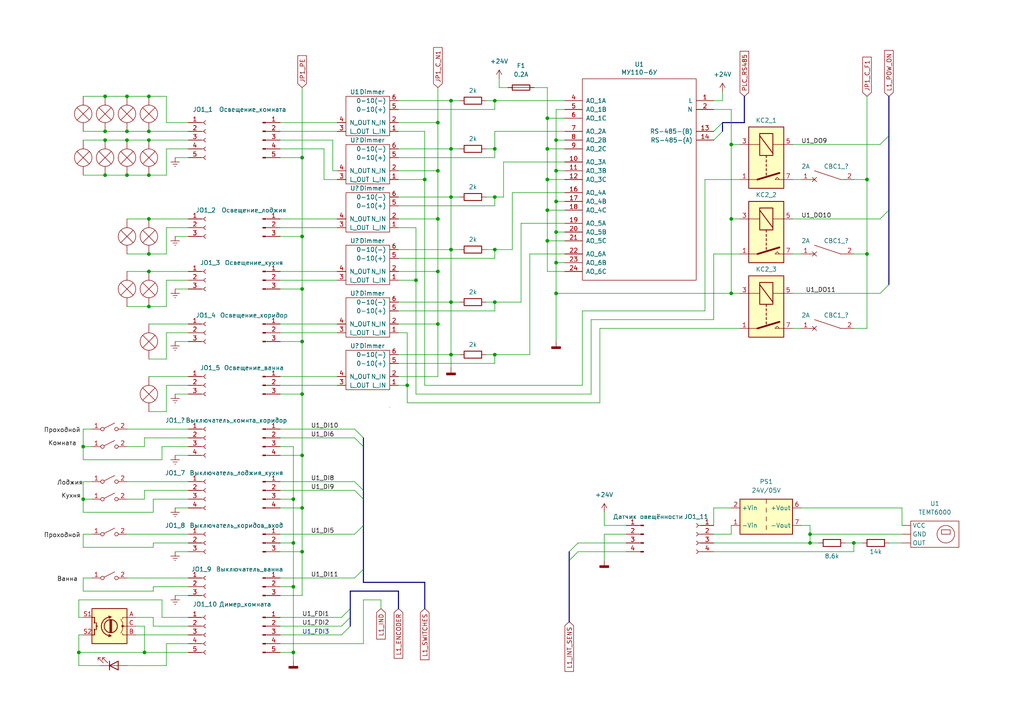
<source format=kicad_sch>
(kicad_sch (version 20211123) (generator eeschema)
  (paper "A4")
  (title_block (title "Освещение, лист 1") (date "2023-02-01") (rev "2"))
  (lib_symbols
    (symbol "Connector:Conn_01x03_Female" (pin_names (offset 1.016) hide)
      (property "Reference" "J" (at 0 5.08 0))
      (property "Value" "Conn_01x03_Female" (at 0 -5.08 0))
      (symbol "Conn_01x03_Female_1_1"
        (pin passive line (at -5.08 2.54 0) (length 3.81) (name "Pin_1") (number "1"))
        (pin passive line (at -5.08 0 0) (length 3.81) (name "Pin_2") (number "2"))
        (pin passive line (at -5.08 -2.54 0) (length 3.81) (name "Pin_3") (number "3"))
      )
    )
    (symbol "Connector:Conn_01x03_Male" (pin_names (offset 1.016) hide)
      (property "Reference" "J" (at 0 5.08 0))
      (property "Value" "Conn_01x03_Male" (at 0 -5.08 0))
      (symbol "Conn_01x03_Male_1_1"
        (pin passive line (at 5.08 2.54 180) (length 3.81) (name "Pin_1") (number "1"))
        (pin passive line (at 5.08 0 180) (length 3.81) (name "Pin_2") (number "2"))
        (pin passive line (at 5.08 -2.54 180) (length 3.81) (name "Pin_3") (number "3"))
      )
    )
    (symbol "Connector:Conn_01x04_Female" (pin_names (offset 1.016) hide)
      (property "Reference" "J" (at 0 5.08 0))
      (property "Value" "Conn_01x04_Female" (at 0 -7.62 0))
      (symbol "Conn_01x04_Female_1_1"
        (pin passive line (at -5.08 2.54 0) (length 3.81) (name "Pin_1") (number "1"))
        (pin passive line (at -5.08 0 0) (length 3.81) (name "Pin_2") (number "2"))
        (pin passive line (at -5.08 -2.54 0) (length 3.81) (name "Pin_3") (number "3"))
        (pin passive line (at -5.08 -5.08 0) (length 3.81) (name "Pin_4") (number "4"))
      )
    )
    (symbol "Connector:Conn_01x04_Male" (pin_names (offset 1.016) hide)
      (property "Reference" "J" (at 0 5.08 0))
      (property "Value" "Conn_01x04_Male" (at 0 -7.62 0))
      (symbol "Conn_01x04_Male_1_1"
        (pin passive line (at 5.08 2.54 180) (length 3.81) (name "Pin_1") (number "1"))
        (pin passive line (at 5.08 0 180) (length 3.81) (name "Pin_2") (number "2"))
        (pin passive line (at 5.08 -2.54 180) (length 3.81) (name "Pin_3") (number "3"))
        (pin passive line (at 5.08 -5.08 180) (length 3.81) (name "Pin_4") (number "4"))
      )
    )
    (symbol "Connector:Conn_01x05_Female" (pin_names (offset 1.016) hide)
      (property "Reference" "J" (at 0 7.62 0))
      (property "Value" "Conn_01x05_Female" (at 0 -7.62 0))
      (symbol "Conn_01x05_Female_1_1"
        (pin passive line (at -5.08 5.08 0) (length 3.81) (name "Pin_1") (number "1"))
        (pin passive line (at -5.08 2.54 0) (length 3.81) (name "Pin_2") (number "2"))
        (pin passive line (at -5.08 0 0) (length 3.81) (name "Pin_3") (number "3"))
        (pin passive line (at -5.08 -2.54 0) (length 3.81) (name "Pin_4") (number "4"))
        (pin passive line (at -5.08 -5.08 0) (length 3.81) (name "Pin_5") (number "5"))
      )
    )
    (symbol "Connector:Conn_01x05_Male" (pin_names (offset 1.016) hide)
      (property "Reference" "J" (at 0 7.62 0))
      (property "Value" "Conn_01x05_Male" (at 0 -7.62 0))
      (symbol "Conn_01x05_Male_1_1"
        (pin passive line (at 5.08 5.08 180) (length 3.81) (name "Pin_1") (number "1"))
        (pin passive line (at 5.08 2.54 180) (length 3.81) (name "Pin_2") (number "2"))
        (pin passive line (at 5.08 0 180) (length 3.81) (name "Pin_3") (number "3"))
        (pin passive line (at 5.08 -2.54 180) (length 3.81) (name "Pin_4") (number "4"))
        (pin passive line (at 5.08 -5.08 180) (length 3.81) (name "Pin_5") (number "5"))
      )
    )
    (symbol "Converter_DCDC:ITX2405SA"
      (property "Reference" "PS" (at -7.62 6.35 0))
      (property "Value" "ITX2405SA" (at 1.27 6.35 0))
      (symbol "ITX2405SA_0_0"
        (pin power_in line (at -10.16 -2.54 0) (length 2.54) (name "-Vin") (number "1"))
        (pin power_in line (at -10.16 2.54 0) (length 2.54) (name "+Vin") (number "2"))
        (pin power_out line (at 10.16 2.54 180) (length 2.54) (name "+Vout") (number "6"))
        (pin power_out line (at 10.16 -2.54 180) (length 2.54) (name "-Vout") (number "7"))
        (pin no_connect line (at 7.62 0 180) (length 2.54) hide (name "NC") (number "8"))
      )
    )
    (symbol "Device:CircuitBreaker_1P"
      (property "Reference" "CB" (at 1.905 0 0))
      (property "Value" "CircuitBreaker_1P" (at 1.905 1.905 0))
      (symbol "CircuitBreaker_1P_1_1"
        (pin passive line (at 0 7.62 270) (length 2.54) (name "~") (number "1"))
        (pin passive line (at 0 -7.62 90) (length 2.54) (name "~") (number "2"))
      )
    )
    (symbol "Device:Fuse" (pin_numbers hide) (pin_names (offset 0))
      (property "Reference" "F" (at 2.032 0 90))
      (property "Value" "Fuse" (at -1.905 0 90))
      (symbol "Fuse_1_1"
        (pin passive line (at 0 3.81 270) (length 1.27) (name "~") (number "1"))
        (pin passive line (at 0 -3.81 90) (length 1.27) (name "~") (number "2"))
      )
    )
    (symbol "Device:LED" (pin_numbers hide) (pin_names (offset 1.016) hide)
      (property "Reference" "D" (at 0 2.54 0))
      (property "Value" "LED" (at 0 -2.54 0))
      (symbol "LED_1_1"
        (pin passive line (at -3.81 0 0) (length 2.54) (name "K") (number "1"))
        (pin passive line (at 3.81 0 180) (length 2.54) (name "A") (number "2"))
      )
    )
    (symbol "Device:Lamp" (pin_numbers hide) (pin_names (offset 0.0254) hide)
      (property "Reference" "LA" (at 0.635 3.81 0))
      (property "Value" "Lamp" (at 0.635 -3.81 0))
      (symbol "Lamp_1_1"
        (pin passive line (at 0 -5.08 90) (length 2.54) (name "-") (number "1"))
        (pin passive line (at 0 5.08 270) (length 2.54) (name "+") (number "2"))
      )
    )
    (symbol "Device:R" (pin_numbers hide) (pin_names (offset 0))
      (property "Reference" "R" (at 2.032 0 90))
      (property "Value" "R" (at 0 0 90))
      (symbol "R_1_1"
        (pin passive line (at 0 3.81 270) (length 1.27) (name "~") (number "1"))
        (pin passive line (at 0 -3.81 90) (length 1.27) (name "~") (number "2"))
      )
    )
    (symbol "Relay:SILxx-1Axx-71x"
      (property "Reference" "K" (at 8.89 3.81 0))
      (property "Value" "SILxx-1Axx-71x" (at 8.89 1.27 0))
      (symbol "SILxx-1Axx-71x_1_1"
        (pin passive line (at 5.08 -7.62 90) (length 2.54) (name "~") (number "1"))
        (pin passive line (at -5.08 -7.62 90) (length 2.54) (name "~") (number "3"))
        (pin passive line (at -5.08 7.62 270) (length 2.54) (name "~") (number "5"))
        (pin passive line (at 5.08 7.62 270) (length 2.54) (name "~") (number "7"))
      )
    )
    (symbol "Switch:SW_DPST_x2" (pin_names (offset 0) hide)
      (property "Reference" "SW" (at 0 3.175 0))
      (property "Value" "SW_DPST_x2" (at 0 -2.54 0))
      (symbol "SW_DPST_x2_1_1"
        (pin passive line (at -5.08 0 0) (length 2.54) (name "A") (number "1"))
        (pin passive line (at 5.08 0 180) (length 2.54) (name "B") (number "2"))
      )
      (symbol "SW_DPST_x2_2_1"
        (pin passive line (at -5.08 0 0) (length 2.54) (name "A") (number "3"))
        (pin passive line (at 5.08 0 180) (length 2.54) (name "B") (number "4"))
      )
    )
    (symbol "climat_2-rescue:МУ110-6У-plc" (pin_names (offset 1.016))
      (property "Reference" "U" (at 0 0 0))
      (property "Value" "МУ110-6У-plc" (at 0 2.54 0))
      (symbol "МУ110-6У-plc_1_1"
        (pin power_in line (at 21.59 -1.27 180) (length 5.08) (name "L") (number "1"))
        (pin output line (at -21.59 -19.05 0) (length 5.08) (name "AO_3A") (number "10"))
        (pin output line (at -21.59 -21.59 0) (length 5.08) (name "AO_3B") (number "11"))
        (pin output line (at -21.59 -24.13 0) (length 5.08) (name "AO_3C") (number "12"))
        (pin bidirectional line (at 21.59 -10.16 180) (length 5.08) (name "RS-485-(B)") (number "13"))
        (pin bidirectional line (at 21.59 -12.7 180) (length 5.08) (name "RS-485-(A)") (number "14"))
        (pin output line (at -21.59 -27.94 0) (length 5.08) (name "AO_4A") (number "16"))
        (pin output line (at -21.59 -30.48 0) (length 5.08) (name "AO_4B") (number "17"))
        (pin output line (at -21.59 -33.02 0) (length 5.08) (name "AO_4C") (number "18"))
        (pin output line (at -21.59 -36.83 0) (length 5.08) (name "AO_5A") (number "19"))
        (pin power_in line (at 21.59 -3.81 180) (length 5.08) (name "N") (number "2"))
        (pin output line (at -21.59 -39.37 0) (length 5.08) (name "AO_5B") (number "20"))
        (pin output line (at -21.59 -41.91 0) (length 5.08) (name "AO_5C") (number "21"))
        (pin output line (at -21.59 -45.72 0) (length 5.08) (name "AO_6A") (number "22"))
        (pin output line (at -21.59 -48.26 0) (length 5.08) (name "AO_6B") (number "23"))
        (pin output line (at -21.59 -50.8 0) (length 5.08) (name "AO_6C") (number "24"))
        (pin output line (at -21.59 -1.27 0) (length 5.08) (name "AO_1A") (number "4"))
        (pin output line (at -21.59 -3.81 0) (length 5.08) (name "AO_1B") (number "5"))
        (pin output line (at -21.59 -6.35 0) (length 5.08) (name "AO_1C") (number "6"))
        (pin output line (at -21.59 -10.16 0) (length 5.08) (name "AO_2A") (number "7"))
        (pin output line (at -21.59 -12.7 0) (length 5.08) (name "AO_2B") (number "8"))
        (pin output line (at -21.59 -15.24 0) (length 5.08) (name "AO_2C") (number "9"))
      )
    )
    (symbol "custom_components:TEMT6000"
      (property "Reference" "U" (at 0 0 0))
      (property "Value" "TEMT6000" (at 7.62 0 0))
      (symbol "TEMT6000_1_1"
        (pin input line (at -3.81 -5.08 0) (length 2.54) (name "GND") (number ""))
        (pin output line (at -3.81 -7.62 0) (length 2.54) (name "OUT") (number ""))
        (pin input line (at -3.81 -2.54 0) (length 2.54) (name "VCC") (number ""))
      )
    )
    (symbol "light_1-rescue:Dimmer-plc" (pin_names (offset 1.016))
      (property "Reference" "U" (at 0 0 0))
      (property "Value" "Dimmer-plc" (at 0 2.54 0))
      (symbol "Dimmer-plc_1_1"
        (pin power_in line (at -8.89 -2.54 0) (length 2.54) (name "L_IN") (number "1"))
        (pin power_in line (at -8.89 -5.08 0) (length 2.54) (name "N_IN") (number "2"))
        (pin power_out line (at 8.89 -2.54 180) (length 2.54) (name "L_OUT") (number "3"))
        (pin power_out line (at 8.89 -5.08 180) (length 2.54) (name "N_OUT") (number "4"))
        (pin input line (at -8.89 -8.89 0) (length 2.54) (name "0-10(+)") (number "5"))
        (pin input line (at -8.89 -11.43 0) (length 2.54) (name "0-10(-)") (number "6"))
      )
    )
    (symbol "light_1-rescue:Rotary_Encoder_Switch-Device" (pin_names (offset 0.254) hide)
      (property "Reference" "SW" (at 0 6.604 0))
      (property "Value" "Rotary_Encoder_Switch-Device" (at 0 -6.604 0))
      (symbol "Rotary_Encoder_Switch-Device_1_1"
        (pin passive line (at -7.62 2.54 0) (length 2.54) (name "A") (number "A"))
        (pin passive line (at -7.62 -2.54 0) (length 2.54) (name "B") (number "B"))
        (pin passive line (at -7.62 0 0) (length 2.54) (name "C") (number "C"))
        (pin passive line (at 7.62 2.54 180) (length 2.54) (name "S1") (number "S1"))
        (pin passive line (at 7.62 -2.54 180) (length 2.54) (name "S2") (number "S2"))
      )
    )
    (symbol "power:+24V" (power) (pin_names (offset 0))
      (property "Value" "+24V" (at 0 3.556 0))
      (symbol "+24V_1_1"
        (pin power_in line (at 0 0 90) (length 0) hide (name "+24V") (number "1"))
      )
    )
    (symbol "power:GNDD" (power) (pin_names (offset 0))
      (property "Value" "GNDD" (at 0 -3.175 0))
      (symbol "GNDD_1_1"
        (pin power_in line (at 0 0 270) (length 0) hide (name "GNDD") (number "1"))
      )
    )
    (symbol "power:GNDREF" (power) (pin_names (offset 0))
      (property "Value" "GNDREF" (at 0 -3.81 0))
      (symbol "GNDREF_1_1"
        (pin power_in line (at 0 0 270) (length 0) hide (name "GNDREF") (number "1"))
      )
    )
  )
  (junction (at 43.18 40.64))
  (junction (at 130.81 72.39))
  (junction (at 87.63 68.58))
  (junction (at 158.75 52.07))
  (junction (at 234.95 154.94))
  (junction (at 30.48 27.94))
  (junction (at 247.65 157.48))
  (junction (at 158.75 60.96))
  (junction (at 36.83 50.8))
  (junction (at 143.51 87.63))
  (junction (at 85.09 144.78))
  (junction (at 158.75 34.29))
  (junction (at 127 35.56))
  (junction (at 158.75 69.85))
  (junction (at 87.63 132.08))
  (junction (at 24.13 144.78))
  (junction (at 87.63 160.02))
  (junction (at 43.18 73.66))
  (junction (at 130.81 87.63))
  (junction (at 87.63 147.32))
  (junction (at 158.75 43.18))
  (junction (at 234.95 157.48))
  (junction (at 127 49.53))
  (junction (at 30.48 38.1))
  (junction (at 143.51 57.15))
  (junction (at 127 93.98))
  (junction (at 212.09 63.5))
  (junction (at 87.63 45.72))
  (junction (at 143.51 29.21))
  (junction (at 36.83 40.64))
  (junction (at 212.09 41.91))
  (junction (at 43.18 38.1))
  (junction (at 143.51 72.39))
  (junction (at 127 78.74))
  (junction (at 87.63 83.82))
  (junction (at 130.81 29.21))
  (junction (at 212.09 85.09))
  (junction (at 41.91 189.23))
  (junction (at 43.18 63.5))
  (junction (at 161.29 58.42))
  (junction (at 161.29 85.09))
  (junction (at 143.51 102.87))
  (junction (at 43.18 50.8))
  (junction (at 130.81 43.18))
  (junction (at 161.29 49.53))
  (junction (at 130.81 57.15))
  (junction (at 43.18 78.74))
  (junction (at 36.83 38.1))
  (junction (at 127 63.5))
  (junction (at 87.63 114.3))
  (junction (at 143.51 43.18))
  (junction (at 251.46 52.07))
  (junction (at 43.18 27.94))
  (junction (at 161.29 40.64))
  (junction (at 30.48 40.64))
  (junction (at 87.63 99.06))
  (junction (at 85.09 189.23))
  (junction (at 161.29 76.2))
  (junction (at 85.09 157.48))
  (junction (at 22.86 189.23))
  (junction (at 30.48 50.8))
  (junction (at 161.29 67.31))
  (junction (at 130.81 102.87))
  (junction (at 36.83 27.94))
  (junction (at 251.46 73.66))
  (junction (at 24.13 129.54))
  (junction (at 43.18 88.9))
  (junction (at 118.11 111.76))
  (junction (at 120.65 81.28))
  (junction (at 123.19 52.07))
  (junction (at 85.09 170.18))
  (bus_entry (at 257.81 39.37) (size -2.54 2.54))
  (bus_entry (at 99.06 179.07) (size 2.54 -2.54))
  (bus_entry (at 207.01 40.64) (size 2.54 -2.54))
  (bus_entry (at 99.06 184.15) (size 2.54 -2.54))
  (bus_entry (at 165.1 160.02) (size 2.54 -2.54))
  (bus_entry (at 102.87 167.64) (size 2.54 -2.54))
  (bus_entry (at 102.87 127) (size 2.54 2.54))
  (bus_entry (at 102.87 124.46) (size 2.54 2.54))
  (bus_entry (at 102.87 139.7) (size 2.54 2.54))
  (bus_entry (at 257.81 82.55) (size -2.54 2.54))
  (bus_entry (at 207.01 38.1) (size 2.54 -2.54))
  (bus_entry (at 102.87 142.24) (size 2.54 2.54))
  (bus_entry (at 102.87 154.94) (size 2.54 -2.54))
  (bus_entry (at 99.06 181.61) (size 2.54 -2.54))
  (bus_entry (at 165.1 162.56) (size 2.54 -2.54))
  (bus_entry (at 257.81 60.96) (size -2.54 2.54))
  (wire (pts (xy 207.01 160.02) (xy 247.65 160.02)))
  (wire (pts (xy 161.29 76.2) (xy 163.83 76.2)))
  (wire (pts (xy 48.26 27.94) (xy 48.26 35.56)))
  (wire (pts (xy 81.28 35.56) (xy 97.79 35.56)))
  (wire (pts (xy 115.57 93.98) (xy 127 93.98)))
  (wire (pts (xy 81.28 45.72) (xy 87.63 45.72)))
  (wire (pts (xy 115.57 45.72) (xy 143.51 45.72)))
  (wire (pts (xy 50.8 132.08) (xy 54.61 132.08)))
  (wire (pts (xy 250.19 157.48) (xy 247.65 157.48)))
  (wire (pts (xy 48.26 119.38) (xy 48.26 111.76)))
  (wire (pts (xy 153.67 73.66) (xy 163.83 73.66)))
  (wire (pts (xy 81.28 63.5) (xy 97.79 63.5)))
  (wire (pts (xy 24.13 144.78) (xy 26.67 144.78)))
  (wire (pts (xy 214.63 95.25) (xy 173.99 95.25)))
  (wire (pts (xy 207.01 29.21) (xy 209.55 29.21)))
  (wire (pts (xy 48.26 186.69) (xy 54.61 186.69)))
  (wire (pts (xy 143.51 72.39) (xy 148.59 72.39)))
  (wire (pts (xy 50.8 114.3) (xy 54.61 114.3)))
  (wire (pts (xy 167.64 157.48) (xy 181.61 157.48)))
  (wire (pts (xy 43.18 93.98) (xy 54.61 93.98)))
  (wire (pts (xy 115.57 87.63) (xy 130.81 87.63)))
  (wire (pts (xy 204.47 90.17) (xy 168.91 90.17)))
  (wire (pts (xy 115.57 59.69) (xy 143.51 59.69)))
  (wire (pts (xy 130.81 72.39) (xy 130.81 87.63)))
  (bus (pts (xy 101.6 176.53) (xy 101.6 179.07)))
  (wire (pts (xy 39.37 179.07) (xy 44.45 179.07)))
  (wire (pts (xy 81.28 40.64) (xy 96.52 40.64)))
  (wire (pts (xy 43.18 63.5) (xy 54.61 63.5)))
  (wire (pts (xy 39.37 184.15) (xy 54.61 184.15)))
  (wire (pts (xy 143.51 29.21) (xy 163.83 29.21)))
  (wire (pts (xy 24.13 167.64) (xy 24.13 171.45)))
  (wire (pts (xy 81.28 93.98) (xy 97.79 93.98)))
  (wire (pts (xy 234.95 157.48) (xy 207.01 157.48)))
  (wire (pts (xy 146.05 46.99) (xy 163.83 46.99)))
  (wire (pts (xy 50.8 45.72) (xy 54.61 45.72)))
  (wire (pts (xy 43.18 88.9) (xy 48.26 88.9)))
  (wire (pts (xy 50.8 83.82) (xy 54.61 83.82)))
  (wire (pts (xy 251.46 27.94) (xy 251.46 52.07)))
  (wire (pts (xy 41.91 127) (xy 54.61 127)))
  (wire (pts (xy 48.26 193.04) (xy 48.26 186.69)))
  (wire (pts (xy 87.63 25.4) (xy 87.63 45.72)))
  (wire (pts (xy 143.51 57.15) (xy 140.97 57.15)))
  (wire (pts (xy 115.57 29.21) (xy 130.81 29.21)))
  (wire (pts (xy 143.51 102.87) (xy 153.67 102.87)))
  (wire (pts (xy 158.75 60.96) (xy 163.83 60.96)))
  (wire (pts (xy 85.09 170.18) (xy 85.09 189.23)))
  (wire (pts (xy 54.61 142.24) (xy 41.91 142.24)))
  (wire (pts (xy 127 93.98) (xy 127 78.74)))
  (wire (pts (xy 43.18 109.22) (xy 54.61 109.22)))
  (wire (pts (xy 43.18 27.94) (xy 48.26 27.94)))
  (wire (pts (xy 261.62 147.32) (xy 232.41 147.32)))
  (wire (pts (xy 143.51 74.93) (xy 143.51 72.39)))
  (wire (pts (xy 120.65 81.28) (xy 120.65 114.3)))
  (wire (pts (xy 154.94 25.4) (xy 158.75 25.4)))
  (wire (pts (xy 140.97 29.21) (xy 143.51 29.21)))
  (wire (pts (xy 85.09 170.18) (xy 81.28 170.18)))
  (wire (pts (xy 81.28 83.82) (xy 87.63 83.82)))
  (wire (pts (xy 130.81 29.21) (xy 130.81 43.18)))
  (wire (pts (xy 81.28 142.24) (xy 102.87 142.24)))
  (wire (pts (xy 123.19 38.1) (xy 115.57 38.1)))
  (wire (pts (xy 161.29 40.64) (xy 163.83 40.64)))
  (wire (pts (xy 130.81 102.87) (xy 133.35 102.87)))
  (wire (pts (xy 214.63 52.07) (xy 204.47 52.07)))
  (wire (pts (xy 22.86 179.07) (xy 22.86 173.99)))
  (wire (pts (xy 26.67 124.46) (xy 24.13 124.46)))
  (wire (pts (xy 212.09 31.75) (xy 212.09 41.91)))
  (wire (pts (xy 81.28 189.23) (xy 85.09 189.23)))
  (wire (pts (xy 212.09 41.91) (xy 212.09 63.5)))
  (wire (pts (xy 48.26 111.76) (xy 54.61 111.76)))
  (wire (pts (xy 50.8 99.06) (xy 54.61 99.06)))
  (wire (pts (xy 24.13 171.45) (xy 44.45 171.45)))
  (wire (pts (xy 115.57 78.74) (xy 127 78.74)))
  (wire (pts (xy 115.57 52.07) (xy 123.19 52.07)))
  (wire (pts (xy 41.91 127) (xy 41.91 129.54)))
  (bus (pts (xy 257.81 27.94) (xy 257.81 39.37)))
  (wire (pts (xy 43.18 73.66) (xy 48.26 73.66)))
  (wire (pts (xy 158.75 78.74) (xy 163.83 78.74)))
  (wire (pts (xy 229.87 73.66) (xy 232.41 73.66)))
  (wire (pts (xy 24.13 50.8) (xy 30.48 50.8)))
  (wire (pts (xy 251.46 95.25) (xy 251.46 73.66)))
  (wire (pts (xy 81.28 81.28) (xy 97.79 81.28)))
  (wire (pts (xy 96.52 49.53) (xy 97.79 49.53)))
  (wire (pts (xy 130.81 29.21) (xy 133.35 29.21)))
  (wire (pts (xy 127 109.22) (xy 127 93.98)))
  (wire (pts (xy 115.57 111.76) (xy 118.11 111.76)))
  (wire (pts (xy 41.91 189.23) (xy 54.61 189.23)))
  (wire (pts (xy 48.26 104.14) (xy 48.26 96.52)))
  (wire (pts (xy 143.51 90.17) (xy 143.51 87.63)))
  (bus (pts (xy 123.19 168.91) (xy 123.19 176.53)))
  (wire (pts (xy 36.83 88.9) (xy 43.18 88.9)))
  (wire (pts (xy 81.28 179.07) (xy 99.06 179.07)))
  (wire (pts (xy 43.18 78.74) (xy 54.61 78.74)))
  (wire (pts (xy 44.45 144.78) (xy 54.61 144.78)))
  (wire (pts (xy 143.51 45.72) (xy 143.51 43.18)))
  (wire (pts (xy 144.78 25.4) (xy 147.32 25.4)))
  (bus (pts (xy 105.41 127) (xy 105.41 129.54)))
  (bus (pts (xy 105.41 152.4) (xy 105.41 165.1)))
  (wire (pts (xy 24.13 144.78) (xy 24.13 148.59)))
  (wire (pts (xy 161.29 31.75) (xy 163.83 31.75)))
  (wire (pts (xy 173.99 95.25) (xy 173.99 116.84)))
  (wire (pts (xy 115.57 109.22) (xy 127 109.22)))
  (bus (pts (xy 101.6 179.07) (xy 101.6 181.61)))
  (wire (pts (xy 120.65 66.04) (xy 115.57 66.04)))
  (wire (pts (xy 87.63 147.32) (xy 87.63 160.02)))
  (wire (pts (xy 85.09 144.78) (xy 81.28 144.78)))
  (wire (pts (xy 44.45 148.59) (xy 44.45 144.78)))
  (wire (pts (xy 85.09 157.48) (xy 85.09 170.18)))
  (wire (pts (xy 209.55 26.67) (xy 209.55 29.21)))
  (wire (pts (xy 146.05 57.15) (xy 146.05 46.99)))
  (wire (pts (xy 41.91 129.54) (xy 36.83 129.54)))
  (wire (pts (xy 143.51 31.75) (xy 143.51 29.21)))
  (wire (pts (xy 118.11 116.84) (xy 173.99 116.84)))
  (wire (pts (xy 115.57 49.53) (xy 127 49.53)))
  (wire (pts (xy 115.57 63.5) (xy 127 63.5)))
  (wire (pts (xy 81.28 181.61) (xy 99.06 181.61)))
  (wire (pts (xy 43.18 119.38) (xy 48.26 119.38)))
  (wire (pts (xy 48.26 73.66) (xy 48.26 66.04)))
  (wire (pts (xy 81.28 167.64) (xy 102.87 167.64)))
  (wire (pts (xy 229.87 63.5) (xy 255.27 63.5)))
  (wire (pts (xy 41.91 144.78) (xy 36.83 144.78)))
  (wire (pts (xy 214.63 85.09) (xy 212.09 85.09)))
  (wire (pts (xy 158.75 43.18) (xy 158.75 52.07)))
  (wire (pts (xy 212.09 41.91) (xy 214.63 41.91)))
  (wire (pts (xy 115.57 31.75) (xy 143.51 31.75)))
  (wire (pts (xy 181.61 152.4) (xy 175.26 152.4)))
  (wire (pts (xy 81.28 127) (xy 102.87 127)))
  (wire (pts (xy 234.95 157.48) (xy 234.95 154.94)))
  (wire (pts (xy 87.63 160.02) (xy 81.28 160.02)))
  (wire (pts (xy 48.26 35.56) (xy 54.61 35.56)))
  (wire (pts (xy 148.59 72.39) (xy 148.59 55.88)))
  (wire (pts (xy 232.41 152.4) (xy 234.95 152.4)))
  (wire (pts (xy 115.57 43.18) (xy 130.81 43.18)))
  (wire (pts (xy 43.18 50.8) (xy 48.26 50.8)))
  (wire (pts (xy 81.28 154.94) (xy 102.87 154.94)))
  (wire (pts (xy 85.09 189.23) (xy 85.09 191.77)))
  (wire (pts (xy 144.78 22.86) (xy 144.78 25.4)))
  (wire (pts (xy 81.28 109.22) (xy 97.79 109.22)))
  (wire (pts (xy 24.13 179.07) (xy 22.86 179.07)))
  (wire (pts (xy 36.83 40.64) (xy 43.18 40.64)))
  (wire (pts (xy 36.83 193.04) (xy 48.26 193.04)))
  (wire (pts (xy 110.49 173.99) (xy 110.49 176.53)))
  (wire (pts (xy 48.26 66.04) (xy 54.61 66.04)))
  (wire (pts (xy 123.19 111.76) (xy 168.91 111.76)))
  (bus (pts (xy 105.41 144.78) (xy 105.41 152.4)))
  (wire (pts (xy 143.51 59.69) (xy 143.51 57.15)))
  (wire (pts (xy 87.63 114.3) (xy 87.63 132.08)))
  (wire (pts (xy 30.48 40.64) (xy 36.83 40.64)))
  (wire (pts (xy 30.48 27.94) (xy 36.83 27.94)))
  (wire (pts (xy 161.29 49.53) (xy 163.83 49.53)))
  (bus (pts (xy 105.41 165.1) (xy 105.41 168.91)))
  (wire (pts (xy 212.09 154.94) (xy 207.01 154.94)))
  (bus (pts (xy 257.81 39.37) (xy 257.81 60.96)))
  (wire (pts (xy 36.83 139.7) (xy 54.61 139.7)))
  (wire (pts (xy 115.57 57.15) (xy 130.81 57.15)))
  (wire (pts (xy 161.29 49.53) (xy 161.29 58.42)))
  (bus (pts (xy 165.1 162.56) (xy 165.1 180.34)))
  (wire (pts (xy 36.83 38.1) (xy 43.18 38.1)))
  (wire (pts (xy 120.65 81.28) (xy 120.65 66.04)))
  (wire (pts (xy 41.91 181.61) (xy 41.91 189.23)))
  (wire (pts (xy 81.28 78.74) (xy 97.79 78.74)))
  (wire (pts (xy 39.37 181.61) (xy 41.91 181.61)))
  (wire (pts (xy 115.57 74.93) (xy 143.51 74.93)))
  (wire (pts (xy 26.67 154.94) (xy 24.13 154.94)))
  (wire (pts (xy 251.46 52.07) (xy 247.65 52.07)))
  (bus (pts (xy 257.81 60.96) (xy 257.81 82.55)))
  (wire (pts (xy 85.09 144.78) (xy 85.09 157.48)))
  (wire (pts (xy 207.01 92.71) (xy 171.45 92.71)))
  (wire (pts (xy 30.48 38.1) (xy 36.83 38.1)))
  (wire (pts (xy 36.83 63.5) (xy 43.18 63.5)))
  (wire (pts (xy 247.65 157.48) (xy 245.11 157.48)))
  (wire (pts (xy 130.81 87.63) (xy 133.35 87.63)))
  (wire (pts (xy 50.8 160.02) (xy 54.61 160.02)))
  (wire (pts (xy 130.81 102.87) (xy 130.81 106.68)))
  (wire (pts (xy 120.65 114.3) (xy 171.45 114.3)))
  (wire (pts (xy 158.75 34.29) (xy 163.83 34.29)))
  (wire (pts (xy 143.51 102.87) (xy 140.97 102.87)))
  (wire (pts (xy 161.29 40.64) (xy 161.29 49.53)))
  (wire (pts (xy 151.13 64.77) (xy 163.83 64.77)))
  (wire (pts (xy 87.63 172.72) (xy 81.28 172.72)))
  (wire (pts (xy 81.28 114.3) (xy 87.63 114.3)))
  (wire (pts (xy 87.63 147.32) (xy 81.28 147.32)))
  (wire (pts (xy 130.81 72.39) (xy 133.35 72.39)))
  (wire (pts (xy 24.13 148.59) (xy 44.45 148.59)))
  (wire (pts (xy 140.97 43.18) (xy 143.51 43.18)))
  (wire (pts (xy 41.91 189.23) (xy 22.86 189.23)))
  (wire (pts (xy 81.28 139.7) (xy 102.87 139.7)))
  (wire (pts (xy 158.75 25.4) (xy 158.75 34.29)))
  (wire (pts (xy 46.99 129.54) (xy 54.61 129.54)))
  (wire (pts (xy 214.63 73.66) (xy 207.01 73.66)))
  (wire (pts (xy 48.26 81.28) (xy 54.61 81.28)))
  (wire (pts (xy 158.75 69.85) (xy 158.75 78.74)))
  (wire (pts (xy 87.63 99.06) (xy 87.63 114.3)))
  (bus (pts (xy 209.55 35.56) (xy 209.55 38.1)))
  (wire (pts (xy 161.29 85.09) (xy 212.09 85.09)))
  (wire (pts (xy 87.63 68.58) (xy 87.63 83.82)))
  (wire (pts (xy 130.81 87.63) (xy 130.81 102.87)))
  (wire (pts (xy 161.29 85.09) (xy 161.29 99.06)))
  (bus (pts (xy 215.9 35.56) (xy 215.9 27.94)))
  (wire (pts (xy 158.75 52.07) (xy 163.83 52.07)))
  (wire (pts (xy 171.45 92.71) (xy 171.45 114.3)))
  (wire (pts (xy 130.81 43.18) (xy 133.35 43.18)))
  (wire (pts (xy 24.13 129.54) (xy 26.67 129.54)))
  (wire (pts (xy 22.86 184.15) (xy 22.86 189.23)))
  (wire (pts (xy 118.11 111.76) (xy 118.11 116.84)))
  (wire (pts (xy 161.29 58.42) (xy 163.83 58.42)))
  (wire (pts (xy 168.91 90.17) (xy 168.91 111.76)))
  (wire (pts (xy 36.83 73.66) (xy 43.18 73.66)))
  (wire (pts (xy 81.28 99.06) (xy 87.63 99.06)))
  (wire (pts (xy 46.99 129.54) (xy 46.99 133.35)))
  (wire (pts (xy 181.61 154.94) (xy 175.26 154.94)))
  (wire (pts (xy 81.28 96.52) (xy 97.79 96.52)))
  (bus (pts (xy 105.41 142.24) (xy 105.41 144.78)))
  (wire (pts (xy 118.11 96.52) (xy 115.57 96.52)))
  (wire (pts (xy 44.45 181.61) (xy 54.61 181.61)))
  (wire (pts (xy 127 63.5) (xy 127 49.53)))
  (wire (pts (xy 151.13 87.63) (xy 151.13 64.77)))
  (wire (pts (xy 85.09 157.48) (xy 81.28 157.48)))
  (wire (pts (xy 48.26 43.18) (xy 54.61 43.18)))
  (bus (pts (xy 209.55 35.56) (xy 215.9 35.56)))
  (wire (pts (xy 44.45 170.18) (xy 54.61 170.18)))
  (wire (pts (xy 158.75 52.07) (xy 158.75 60.96)))
  (wire (pts (xy 167.64 160.02) (xy 181.61 160.02)))
  (wire (pts (xy 158.75 60.96) (xy 158.75 69.85)))
  (wire (pts (xy 81.28 43.18) (xy 93.98 43.18)))
  (wire (pts (xy 207.01 31.75) (xy 212.09 31.75)))
  (wire (pts (xy 81.28 186.69) (xy 105.41 186.69)))
  (wire (pts (xy 115.57 35.56) (xy 127 35.56)))
  (wire (pts (xy 158.75 43.18) (xy 163.83 43.18)))
  (wire (pts (xy 22.86 184.15) (xy 24.13 184.15)))
  (wire (pts (xy 50.8 147.32) (xy 54.61 147.32)))
  (wire (pts (xy 48.26 50.8) (xy 48.26 43.18)))
  (wire (pts (xy 234.95 152.4) (xy 234.95 154.94)))
  (wire (pts (xy 81.28 68.58) (xy 87.63 68.58)))
  (wire (pts (xy 44.45 158.75) (xy 44.45 157.48)))
  (wire (pts (xy 143.51 87.63) (xy 151.13 87.63)))
  (wire (pts (xy 43.18 104.14) (xy 48.26 104.14)))
  (wire (pts (xy 115.57 90.17) (xy 143.51 90.17)))
  (wire (pts (xy 247.65 73.66) (xy 251.46 73.66)))
  (wire (pts (xy 87.63 132.08) (xy 81.28 132.08)))
  (wire (pts (xy 81.28 129.54) (xy 85.09 129.54)))
  (wire (pts (xy 36.83 50.8) (xy 43.18 50.8)))
  (wire (pts (xy 36.83 154.94) (xy 54.61 154.94)))
  (wire (pts (xy 81.28 66.04) (xy 97.79 66.04)))
  (wire (pts (xy 81.28 38.1) (xy 97.79 38.1)))
  (wire (pts (xy 44.45 171.45) (xy 44.45 170.18)))
  (wire (pts (xy 212.09 63.5) (xy 212.09 85.09)))
  (wire (pts (xy 115.57 102.87) (xy 130.81 102.87)))
  (wire (pts (xy 87.63 132.08) (xy 87.63 147.32)))
  (wire (pts (xy 93.98 52.07) (xy 97.79 52.07)))
  (bus (pts (xy 101.6 176.53) (xy 101.6 171.45)))
  (wire (pts (xy 41.91 142.24) (xy 41.91 144.78)))
  (wire (pts (xy 24.13 158.75) (xy 44.45 158.75)))
  (wire (pts (xy 247.65 157.48) (xy 247.65 160.02)))
  (wire (pts (xy 143.51 43.18) (xy 143.51 38.1)))
  (wire (pts (xy 44.45 179.07) (xy 44.45 181.61)))
  (wire (pts (xy 24.13 154.94) (xy 24.13 158.75)))
  (wire (pts (xy 96.52 40.64) (xy 96.52 49.53)))
  (wire (pts (xy 36.83 78.74) (xy 43.18 78.74)))
  (wire (pts (xy 161.29 67.31) (xy 161.29 76.2)))
  (wire (pts (xy 261.62 147.32) (xy 261.62 152.4)))
  (wire (pts (xy 143.51 57.15) (xy 146.05 57.15)))
  (wire (pts (xy 81.28 124.46) (xy 102.87 124.46)))
  (wire (pts (xy 204.47 52.07) (xy 204.47 90.17)))
  (wire (pts (xy 143.51 72.39) (xy 140.97 72.39)))
  (wire (pts (xy 81.28 111.76) (xy 97.79 111.76)))
  (wire (pts (xy 22.86 193.04) (xy 22.86 189.23)))
  (wire (pts (xy 229.87 95.25) (xy 232.41 95.25)))
  (wire (pts (xy 118.11 111.76) (xy 118.11 96.52)))
  (wire (pts (xy 46.99 179.07) (xy 54.61 179.07)))
  (wire (pts (xy 130.81 57.15) (xy 130.81 72.39)))
  (wire (pts (xy 123.19 52.07) (xy 123.19 111.76)))
  (wire (pts (xy 158.75 69.85) (xy 163.83 69.85)))
  (wire (pts (xy 50.8 172.72) (xy 54.61 172.72)))
  (wire (pts (xy 50.8 68.58) (xy 54.61 68.58)))
  (wire (pts (xy 36.83 167.64) (xy 54.61 167.64)))
  (wire (pts (xy 46.99 173.99) (xy 46.99 179.07)))
  (wire (pts (xy 24.13 38.1) (xy 30.48 38.1)))
  (wire (pts (xy 143.51 105.41) (xy 143.51 102.87)))
  (wire (pts (xy 153.67 102.87) (xy 153.67 73.66)))
  (wire (pts (xy 161.29 40.64) (xy 161.29 31.75)))
  (bus (pts (xy 165.1 160.02) (xy 165.1 162.56)))
  (wire (pts (xy 212.09 147.32) (xy 207.01 147.32)))
  (wire (pts (xy 30.48 50.8) (xy 36.83 50.8)))
  (wire (pts (xy 36.83 27.94) (xy 43.18 27.94)))
  (wire (pts (xy 175.26 152.4) (xy 175.26 148.59)))
  (wire (pts (xy 261.62 157.48) (xy 257.81 157.48)))
  (wire (pts (xy 24.13 124.46) (xy 24.13 129.54)))
  (wire (pts (xy 26.67 167.64) (xy 24.13 167.64)))
  (wire (pts (xy 87.63 45.72) (xy 87.63 68.58)))
  (wire (pts (xy 93.98 43.18) (xy 93.98 52.07)))
  (bus (pts (xy 105.41 168.91) (xy 123.19 168.91)))
  (wire (pts (xy 143.51 87.63) (xy 140.97 87.63)))
  (wire (pts (xy 207.01 147.32) (xy 207.01 152.4)))
  (wire (pts (xy 87.63 160.02) (xy 87.63 172.72)))
  (wire (pts (xy 24.13 133.35) (xy 24.13 129.54)))
  (wire (pts (xy 130.81 43.18) (xy 130.81 57.15)))
  (wire (pts (xy 24.13 40.64) (xy 30.48 40.64)))
  (wire (pts (xy 115.57 105.41) (xy 143.51 105.41)))
  (wire (pts (xy 261.62 154.94) (xy 234.95 154.94)))
  (wire (pts (xy 29.21 193.04) (xy 22.86 193.04)))
  (wire (pts (xy 229.87 41.91) (xy 255.27 41.91)))
  (wire (pts (xy 123.19 52.07) (xy 123.19 38.1)))
  (bus (pts (xy 101.6 171.45) (xy 115.57 171.45)))
  (wire (pts (xy 148.59 55.88) (xy 163.83 55.88)))
  (wire (pts (xy 48.26 88.9) (xy 48.26 81.28)))
  (wire (pts (xy 43.18 40.64) (xy 54.61 40.64)))
  (wire (pts (xy 247.65 95.25) (xy 251.46 95.25)))
  (wire (pts (xy 161.29 67.31) (xy 163.83 67.31)))
  (wire (pts (xy 24.13 27.94) (xy 30.48 27.94)))
  (wire (pts (xy 105.41 173.99) (xy 110.49 173.99)))
  (wire (pts (xy 36.83 124.46) (xy 54.61 124.46)))
  (wire (pts (xy 143.51 38.1) (xy 163.83 38.1)))
  (bus (pts (xy 115.57 171.45) (xy 115.57 176.53)))
  (wire (pts (xy 105.41 186.69) (xy 105.41 173.99)))
  (wire (pts (xy 127 78.74) (xy 127 63.5)))
  (wire (pts (xy 44.45 157.48) (xy 54.61 157.48)))
  (wire (pts (xy 207.01 73.66) (xy 207.01 92.71)))
  (wire (pts (xy 48.26 96.52) (xy 54.61 96.52)))
  (wire (pts (xy 26.67 139.7) (xy 24.13 139.7)))
  (wire (pts (xy 158.75 43.18) (xy 158.75 34.29)))
  (wire (pts (xy 81.28 184.15) (xy 99.06 184.15)))
  (wire (pts (xy 22.86 173.99) (xy 46.99 173.99)))
  (wire (pts (xy 212.09 152.4) (xy 212.09 154.94)))
  (wire (pts (xy 161.29 58.42) (xy 161.29 67.31)))
  (wire (pts (xy 85.09 129.54) (xy 85.09 144.78)))
  (wire (pts (xy 237.49 157.48) (xy 234.95 157.48)))
  (wire (pts (xy 115.57 72.39) (xy 130.81 72.39)))
  (wire (pts (xy 130.81 57.15) (xy 133.35 57.15)))
  (wire (pts (xy 175.26 154.94) (xy 175.26 162.56)))
  (wire (pts (xy 46.99 133.35) (xy 24.13 133.35)))
  (wire (pts (xy 24.13 139.7) (xy 24.13 144.78)))
  (wire (pts (xy 43.18 38.1) (xy 54.61 38.1)))
  (wire (pts (xy 115.57 81.28) (xy 120.65 81.28)))
  (bus (pts (xy 105.41 129.54) (xy 105.41 142.24)))
  (wire (pts (xy 229.87 85.09) (xy 255.27 85.09)))
  (wire (pts (xy 251.46 52.07) (xy 251.46 73.66)))
  (wire (pts (xy 127 49.53) (xy 127 35.56)))
  (wire (pts (xy 161.29 76.2) (xy 161.29 85.09)))
  (wire (pts (xy 127 35.56) (xy 127 25.4)))
  (wire (pts (xy 214.63 63.5) (xy 212.09 63.5)))
  (wire (pts (xy 87.63 83.82) (xy 87.63 99.06)))
  (wire (pts (xy 229.87 52.07) (xy 232.41 52.07)))
  (text "U1_FDI3" (at 87.63 184.15 0) (effects (font (size 1.27 1.27)) (justify left bottom)))
  (label "U1_DO9" (at 232.41 41.91 0))
  (label "Ванна" (at 16.51 168.91 0))
  (label "U1_DI11" (at 90.17 167.64 0))
  (label "U1_DI10" (at 90.17 124.46 0))
  (label "Проходной" (at 12.7 125.73 0))
  (label "U1_DI5" (at 90.17 154.94 0))
  (label "U1_DI9" (at 90.17 142.24 0))
  (label "U1_DI8" (at 90.17 139.7 0))
  (label "Комната" (at 13.97 129.54 0))
  (label "Кухня" (at 17.78 144.78 0))
  (label "U1_DO10" (at 232.41 63.5 0))
  (label "U1_FDI2" (at 87.63 181.61 0))
  (label "Проходной" (at 12.7 156.21 0))
  (label "U1_FDI1" (at 87.63 179.07 0))
  (label "U1_DO11" (at 233.68 85.09 0))
  (label "U1_DI6" (at 90.17 127 0))
  (label "Лоджия" (at 16.51 140.97 0))
  (global_label "L1_POW_ON" (shape input) (at 257.81 27.94 90) (property "Intersheet References" "${INTERSHEET_REFS}" (effects hide)))
  (global_label "L1_ENCODER" (shape input) (at 115.57 176.53 270) (property "Intersheet References" "${INTERSHEET_REFS}" (effects hide)))
  (global_label "JP1_C_F1" (shape input) (at 251.46 27.94 90) (property "Intersheet References" "${INTERSHEET_REFS}" (effects hide)))
  (global_label "JP1_C_N1" (shape input) (at 127 25.4 90) (property "Intersheet References" "${INTERSHEET_REFS}" (effects hide)))
  (global_label "JP1_PE" (shape input) (at 87.63 25.4 90) (property "Intersheet References" "${INTERSHEET_REFS}" (effects hide)))
  (global_label "L1_IND" (shape input) (at 110.49 176.53 270) (property "Intersheet References" "${INTERSHEET_REFS}" (effects hide)))
  (global_label "L1_SWITCHES" (shape input) (at 123.19 176.53 270) (property "Intersheet References" "${INTERSHEET_REFS}" (effects hide)))
  (global_label "PLC_RS485" (shape input) (at 215.9 27.94 90) (property "Intersheet References" "${INTERSHEET_REFS}" (effects hide)))
  (global_label "L1_INT_SENS" (shape input) (at 165.1 180.34 270) (property "Intersheet References" "${INTERSHEET_REFS}" (effects hide)))
  (symbol (lib_id "Connector:Conn_01x03_Male") (at 76.2 66.04 0) (unit 1)
    (property "Reference" "JO1_2" (at 59.69 60.96 0))
    (property "Value" "Освещение_лоджия" (at 73.66 60.96 0))
  )
  (symbol (lib_id "Connector:Conn_01x03_Female") (at 59.69 66.04 0) (unit 1)
    (property "Reference" "J?" (effects hide))
    (property "Value" "Conn_01x03_Female" (effects hide))
  )
  (symbol (lib_id "power:GNDREF") (at 50.8 45.72 0) (unit 1)
    (property "Reference" "#PWR?" (effects hide))
    (property "Value" "GNDREF" (effects hide))
  )
  (symbol (lib_id "Relay:SILxx-1Axx-71x") (at 222.25 46.99 270) (unit 1)
    (property "Reference" "KС2_1" (at 222.25 34.925 90))
    (property "Value" "SILxx-1Axx-71x" (effects hide))
    (property "Footprint" "Relay_THT:Relay_SPST_StandexMeder_SIL_Form1A" (effects hide))
    (property "Datasheet" "https://standexelectronics.com/wp-content/uploads/datasheet_reed_relay_SIL.pdf" (effects hide))
  )
  (symbol (lib_id "Relay:SILxx-1Axx-71x") (at 222.25 68.58 270) (unit 1)
    (property "Reference" "KС2_2" (at 222.25 56.515 90))
    (property "Value" "SILxx-1Axx-71x" (effects hide))
    (property "Footprint" "Relay_THT:Relay_SPST_StandexMeder_SIL_Form1A" (effects hide))
    (property "Datasheet" "https://standexelectronics.com/wp-content/uploads/datasheet_reed_relay_SIL.pdf" (effects hide))
  )
  (symbol (lib_id "light_1-rescue:Dimmer-plc") (at 106.68 40.64 180) (unit 1)
    (property "Reference" "U1" (at 102.87 26.67 0))
    (property "Value" "Dimmer" (at 107.95 26.67 0))
  )
  (symbol (lib_id "Relay:SILxx-1Axx-71x") (at 222.25 90.17 270) (unit 1)
    (property "Reference" "KС2_3" (at 222.25 78.105 90))
    (property "Value" "SILxx-1Axx-71x" (effects hide))
    (property "Footprint" "Relay_THT:Relay_SPST_StandexMeder_SIL_Form1A" (effects hide))
    (property "Datasheet" "https://standexelectronics.com/wp-content/uploads/datasheet_reed_relay_SIL.pdf" (effects hide))
  )
  (symbol (lib_id "light_1-rescue:Rotary_Encoder_Switch-Device") (at 31.75 181.61 0) (mirror y) (unit 1)
    (property "Reference" "SW?" (effects hide))
    (property "Value" "Rotary_Encoder_Switch" (effects hide))
  )
  (symbol (lib_id "power:GNDREF") (at 50.8 68.58 0) (unit 1)
    (property "Reference" "#PWR?" (effects hide))
    (property "Value" "GNDREF" (effects hide))
  )
  (symbol (lib_id "Connector:Conn_01x03_Female") (at 59.69 81.28 0) (unit 1)
    (property "Reference" "J?" (effects hide))
    (property "Value" "Conn_01x03_Female" (effects hide))
  )
  (symbol (lib_id "Connector:Conn_01x03_Male") (at 76.2 81.28 0) (unit 1)
    (property "Reference" "JO1_3" (at 60.96 76.2 0))
    (property "Value" "Освещение_кухня" (at 73.66 76.2 0))
  )
  (symbol (lib_id "power:GNDREF") (at 50.8 83.82 0) (unit 1)
    (property "Reference" "#PWR?" (effects hide))
    (property "Value" "GNDREF" (effects hide))
  )
  (symbol (lib_id "Connector:Conn_01x03_Female") (at 59.69 96.52 0) (unit 1)
    (property "Reference" "J?" (effects hide))
    (property "Value" "Conn_01x03_Female" (effects hide))
  )
  (symbol (lib_id "Connector:Conn_01x03_Male") (at 76.2 96.52 0) (unit 1)
    (property "Reference" "JO1_4" (at 59.69 91.44 0))
    (property "Value" "Освещение_коридор" (at 73.66 91.44 0))
  )
  (symbol (lib_id "power:GNDREF") (at 50.8 99.06 0) (unit 1)
    (property "Reference" "#PWR?" (effects hide))
    (property "Value" "GNDREF" (effects hide))
  )
  (symbol (lib_id "Connector:Conn_01x03_Female") (at 59.69 111.76 0) (unit 1)
    (property "Reference" "J?" (effects hide))
    (property "Value" "Conn_01x03_Female" (effects hide))
  )
  (symbol (lib_id "Connector:Conn_01x03_Male") (at 76.2 111.76 0) (unit 1)
    (property "Reference" "JO1_5" (at 60.96 106.68 0))
    (property "Value" "Освещение_ванна" (at 73.66 106.68 0))
  )
  (symbol (lib_id "power:GNDREF") (at 50.8 114.3 0) (unit 1)
    (property "Reference" "#PWR?" (effects hide))
    (property "Value" "GNDREF" (effects hide))
  )
  (symbol (lib_id "Device:Lamp") (at 43.18 33.02 0) (unit 1)
    (property "Reference" "LA?" (effects hide))
    (property "Value" "Lamp" (effects hide))
  )
  (symbol (lib_id "Device:Lamp") (at 43.18 45.72 0) (unit 1)
    (property "Reference" "LA?" (effects hide))
    (property "Value" "Lamp" (effects hide))
  )
  (symbol (lib_id "Device:Lamp") (at 36.83 33.02 0) (unit 1)
    (property "Reference" "LA?" (effects hide))
    (property "Value" "Lamp" (effects hide))
  )
  (symbol (lib_id "Device:Lamp") (at 36.83 45.72 0) (unit 1)
    (property "Reference" "LA?" (effects hide))
    (property "Value" "Lamp" (effects hide))
  )
  (symbol (lib_id "Device:Lamp") (at 30.48 33.02 0) (unit 1)
    (property "Reference" "LA?" (effects hide))
    (property "Value" "Lamp" (effects hide))
  )
  (symbol (lib_id "Device:Lamp") (at 30.48 45.72 0) (unit 1)
    (property "Reference" "LA?" (effects hide))
    (property "Value" "Lamp" (effects hide))
  )
  (symbol (lib_id "Device:Lamp") (at 24.13 33.02 0) (unit 1)
    (property "Reference" "LA?" (effects hide))
    (property "Value" "Lamp" (effects hide))
  )
  (symbol (lib_id "Device:Lamp") (at 24.13 45.72 0) (unit 1)
    (property "Reference" "LA?" (effects hide))
    (property "Value" "Lamp" (effects hide))
  )
  (symbol (lib_id "Device:Lamp") (at 43.18 68.58 0) (unit 1)
    (property "Reference" "LA?" (effects hide))
    (property "Value" "Lamp" (effects hide))
  )
  (symbol (lib_id "Device:Lamp") (at 36.83 68.58 0) (unit 1)
    (property "Reference" "LA?" (effects hide))
    (property "Value" "Lamp" (effects hide))
  )
  (symbol (lib_id "Device:Lamp") (at 43.18 83.82 0) (unit 1)
    (property "Reference" "LA?" (effects hide))
    (property "Value" "Lamp" (effects hide))
  )
  (symbol (lib_id "Device:Lamp") (at 36.83 83.82 0) (unit 1)
    (property "Reference" "LA?" (effects hide))
    (property "Value" "Lamp" (effects hide))
  )
  (symbol (lib_id "Device:Lamp") (at 43.18 99.06 0) (unit 1)
    (property "Reference" "LA?" (effects hide))
    (property "Value" "Lamp" (effects hide))
  )
  (symbol (lib_id "Device:Lamp") (at 43.18 114.3 0) (unit 1)
    (property "Reference" "LA?" (effects hide))
    (property "Value" "Lamp" (effects hide))
  )
  (symbol (lib_id "Connector:Conn_01x03_Female") (at 59.69 157.48 0) (unit 1)
    (property "Reference" "J?" (effects hide))
    (property "Value" "Conn_01x03_Female" (effects hide))
  )
  (symbol (lib_id "Connector:Conn_01x03_Male") (at 76.2 157.48 0) (unit 1)
    (property "Reference" "JO1_8" (at 50.8 152.4 0))
    (property "Value" "Выключатель_коридов_вход" (at 68.58 152.4 0))
  )
  (symbol (lib_id "power:GNDREF") (at 50.8 160.02 0) (unit 1)
    (property "Reference" "#PWR?" (effects hide))
    (property "Value" "GNDREF" (effects hide))
  )
  (symbol (lib_id "Connector:Conn_01x03_Female") (at 59.69 170.18 0) (unit 1)
    (property "Reference" "J?" (effects hide))
    (property "Value" "Conn_01x03_Female" (effects hide))
  )
  (symbol (lib_id "Connector:Conn_01x03_Male") (at 76.2 170.18 0) (unit 1)
    (property "Reference" "JO1_9" (at 58.42 165.1 0))
    (property "Value" "Выключатель_ванна" (at 72.39 165.1 0))
  )
  (symbol (lib_id "power:GNDREF") (at 50.8 172.72 0) (unit 1)
    (property "Reference" "#PWR?" (effects hide))
    (property "Value" "GNDREF" (effects hide))
  )
  (symbol (lib_id "Connector:Conn_01x04_Male") (at 76.2 142.24 0) (unit 1)
    (property "Reference" "JО1_7" (at 50.8 137.16 0))
    (property "Value" "Выключатель_лоджия_кухня" (at 68.58 137.16 0))
  )
  (symbol (lib_id "Connector:Conn_01x04_Female") (at 59.69 142.24 0) (unit 1)
    (property "Reference" "JК2_?" (effects hide))
    (property "Value" "Conn_01x04_Female" (effects hide))
  )
  (symbol (lib_id "power:GNDREF") (at 50.8 147.32 0) (unit 1)
    (property "Reference" "#PWR?" (effects hide))
    (property "Value" "GNDREF" (effects hide))
  )
  (symbol (lib_id "power:GNDREF") (at 50.8 132.08 0) (unit 1)
    (property "Reference" "#PWR?" (effects hide))
    (property "Value" "GNDREF" (effects hide))
  )
  (symbol (lib_id "Switch:SW_DPST_x2") (at 31.75 124.46 0) (unit 1)
    (property "Reference" "SW?" (effects hide))
    (property "Value" "SW_DPST_x2" (effects hide))
  )
  (symbol (lib_id "Switch:SW_DPST_x2") (at 31.75 129.54 0) (unit 1)
    (property "Reference" "SW?" (effects hide))
    (property "Value" "SW_DPST_x2" (effects hide))
  )
  (symbol (lib_id "Switch:SW_DPST_x2") (at 31.75 139.7 0) (unit 1)
    (property "Reference" "SW?" (effects hide))
    (property "Value" "SW_DPST_x2" (effects hide))
  )
  (symbol (lib_id "Switch:SW_DPST_x2") (at 31.75 144.78 0) (unit 1)
    (property "Reference" "SW?" (effects hide))
    (property "Value" "SW_DPST_x2" (effects hide))
  )
  (symbol (lib_id "Switch:SW_DPST_x2") (at 31.75 154.94 0) (unit 1)
    (property "Reference" "SW?" (effects hide))
    (property "Value" "SW_DPST_x2" (effects hide))
  )
  (symbol (lib_id "Switch:SW_DPST_x2") (at 31.75 167.64 0) (unit 1)
    (property "Reference" "SW?" (effects hide))
    (property "Value" "SW_DPST_x2" (effects hide))
  )
  (symbol (lib_id "Device:R") (at 254 157.48 270) (mirror x) (unit 1)
    (property "Reference" "R?" (effects hide))
    (property "Value" "14k" (at 254 160.02 90))
  )
  (symbol (lib_id "climat_2-rescue:МУ110-6У-plc") (at 185.42 27.94 0) (unit 1)
    (property "Reference" "U1" (at 185.42 18.669 0))
    (property "Value" "МУ110-6У" (at 185.42 20.9804 0))
  )
  (symbol (lib_id "power:GNDD") (at 85.09 191.77 0) (unit 1)
    (property "Reference" "#PWR?" (effects hide))
    (property "Value" "GNDD" (effects hide))
  )
  (symbol (lib_id "Device:R") (at 241.3 157.48 270) (mirror x) (unit 1)
    (property "Reference" "R?" (effects hide))
    (property "Value" "8.6k" (at 241.3 161.29 90))
  )
  (symbol (lib_id "custom_components:TEMT6000") (at 265.43 149.86 0) (unit 1)
    (property "Reference" "U1" (at 271.145 146.05 0))
    (property "Value" "TEMT6000" (at 271.145 148.59 0))
  )
  (symbol (lib_id "light_1-rescue:Dimmer-plc") (at 106.68 54.61 180) (unit 1)
    (property "Reference" "U?" (at 102.87 40.64 0))
    (property "Value" "Dimmer" (at 107.95 40.64 0))
  )
  (symbol (lib_id "Device:CircuitBreaker_1P") (at 240.03 52.07 90) (mirror x) (unit 1)
    (property "Reference" "CBС1_?" (at 242.57 48.26 90))
    (property "Value" "2А" (at 233.68 48.26 90))
  )
  (symbol (lib_id "Connector:Conn_01x05_Male") (at 76.2 40.64 0) (unit 1)
    (property "Reference" "JО1_1" (effects hide))
    (property "Value" "Освещение_комната" (effects hide))
  )
  (symbol (lib_id "Connector:Conn_01x04_Female") (at 201.93 154.94 0) (mirror y) (unit 1)
    (property "Reference" "JК2_?" (effects hide))
    (property "Value" "Conn_01x04_Female" (effects hide))
  )
  (symbol (lib_id "Device:R") (at 137.16 29.21 90) (unit 1)
    (property "Reference" "R?" (effects hide))
    (property "Value" "2k" (at 137.16 26.289 90))
  )
  (symbol (lib_id "Device:R") (at 137.16 102.87 90) (unit 1)
    (property "Reference" "R?" (effects hide))
    (property "Value" "2k" (at 137.16 99.949 90))
  )
  (symbol (lib_id "Connector:Conn_01x05_Female") (at 59.69 184.15 0) (unit 1)
    (property "Reference" "JО1_10" (at 55.88 175.26 0) (effects (justify left)))
    (property "Value" "Димер_комната" (at 63.5 175.26 0) (effects (justify left)))
  )
  (symbol (lib_id "Connector:Conn_01x05_Male") (at 76.2 184.15 0) (unit 1)
    (property "Reference" "JО1_?" (effects hide))
    (property "Value" "Освещение_комната" (effects hide))
  )
  (symbol (lib_id "Connector:Conn_01x04_Male") (at 76.2 127 0) (unit 1)
    (property "Reference" "JО1_?" (at 50.8 121.92 0))
    (property "Value" "Выключатель_комнта_коридор" (at 68.58 121.92 0))
  )
  (symbol (lib_id "Device:R") (at 137.16 87.63 90) (unit 1)
    (property "Reference" "R?" (effects hide))
    (property "Value" "2k" (at 137.16 84.709 90))
  )
  (symbol (lib_id "Device:R") (at 137.16 72.39 90) (unit 1)
    (property "Reference" "R?" (effects hide))
    (property "Value" "2k" (at 137.16 69.469 90))
  )
  (symbol (lib_id "Connector:Conn_01x05_Female") (at 59.69 40.64 0) (unit 1)
    (property "Reference" "JО1_1" (at 55.88 31.75 0) (effects (justify left)))
    (property "Value" "Освещение_комната" (at 63.5 31.75 0) (effects (justify left)))
  )
  (symbol (lib_id "light_1-rescue:Dimmer-plc") (at 106.68 68.58 180) (unit 1)
    (property "Reference" "U?" (at 102.87 54.61 0))
    (property "Value" "Dimmer" (at 107.95 54.61 0))
  )
  (symbol (lib_id "light_1-rescue:Dimmer-plc") (at 106.68 99.06 180) (unit 1)
    (property "Reference" "U?" (at 102.87 85.09 0))
    (property "Value" "Dimmer" (at 107.95 85.09 0))
  )
  (symbol (lib_id "Device:LED") (at 33.02 193.04 0) (mirror x) (unit 1)
    (property "Reference" "D?" (effects hide))
    (property "Value" "LED" (effects hide))
  )
  (symbol (lib_id "Connector:Conn_01x04_Male") (at 186.69 154.94 0) (mirror y) (unit 1)
    (property "Reference" "JО1_11" (at 201.93 149.86 0))
    (property "Value" "Датчик овещённости" (at 187.96 149.86 0))
  )
  (symbol (lib_id "power:+24V") (at 144.78 22.86 0) (unit 1)
    (property "Reference" "#PWR?" (effects hide))
    (property "Value" "+24V" (at 144.78 17.78 0))
  )
  (symbol (lib_id "power:GNDD") (at 175.26 162.56 0) (unit 1)
    (property "Reference" "#PWR?" (effects hide))
    (property "Value" "GNDD" (effects hide))
  )
  (symbol (lib_id "power:GNDD") (at 161.29 99.06 0) (unit 1)
    (property "Reference" "#PWR?" (effects hide))
    (property "Value" "GNDD" (effects hide))
  )
  (symbol (lib_id "light_1-rescue:Dimmer-plc") (at 106.68 83.82 180) (unit 1)
    (property "Reference" "U?" (at 102.87 69.85 0))
    (property "Value" "Dimmer" (at 107.95 69.85 0))
  )
  (symbol (lib_id "light_1-rescue:Dimmer-plc") (at 106.68 114.3 180) (unit 1)
    (property "Reference" "U?" (at 102.87 100.33 0))
    (property "Value" "Dimmer" (at 107.95 100.33 0))
  )
  (symbol (lib_id "Connector:Conn_01x04_Female") (at 59.69 127 0) (unit 1)
    (property "Reference" "JК2_?" (effects hide))
    (property "Value" "Conn_01x04_Female" (effects hide))
  )
  (symbol (lib_id "power:GNDD") (at 130.81 106.68 0) (unit 1)
    (property "Reference" "#PWR?" (effects hide))
    (property "Value" "GNDD" (effects hide))
  )
  (symbol (lib_id "Device:CircuitBreaker_1P") (at 240.03 73.66 90) (mirror x) (unit 1)
    (property "Reference" "CBС1_?" (at 242.57 69.85 90))
    (property "Value" "2А" (at 233.68 69.85 90))
  )
  (symbol (lib_id "Device:R") (at 137.16 43.18 90) (unit 1)
    (property "Reference" "R?" (effects hide))
    (property "Value" "2k" (at 137.16 40.259 90))
  )
  (symbol (lib_id "power:+24V") (at 175.26 148.59 0) (unit 1)
    (property "Reference" "#PWR?" (effects hide))
    (property "Value" "+24V" (at 175.26 143.51 0))
  )
  (symbol (lib_id "power:+24V") (at 209.55 26.67 0) (unit 1)
    (property "Reference" "#PWR?" (effects hide))
    (property "Value" "+24V" (at 209.55 21.59 0))
  )
  (symbol (lib_id "Device:R") (at 137.16 57.15 90) (unit 1)
    (property "Reference" "R?" (effects hide))
    (property "Value" "2k" (at 137.16 54.229 90))
  )
  (symbol (lib_id "Device:Fuse") (at 151.13 25.4 90) (unit 1)
    (property "Reference" "F1" (at 151.13 19.05 90))
    (property "Value" "0.2A" (at 151.13 21.59 90))
  )
  (symbol (lib_id "Converter_DCDC:ITX2405SA") (at 222.25 149.86 0) (unit 1)
    (property "Reference" "PS1" (at 222.25 139.7 0))
    (property "Value" "24V/05V" (at 222.25 142.24 0))
    (property "Footprint" "Converter_DCDC:Converter_DCDC_XP_POWER-ITXxxxxSA_THT" (effects hide))
    (property "Datasheet" "https://www.xppower.com/pdfs/SF_ITX.pdf" (effects hide))
  )
  (symbol (lib_id "Device:CircuitBreaker_1P") (at 240.03 95.25 90) (mirror x) (unit 1)
    (property "Reference" "CBС1_?" (at 242.57 91.44 90))
    (property "Value" "2А" (at 233.68 91.44 90))
  )
)
</source>
